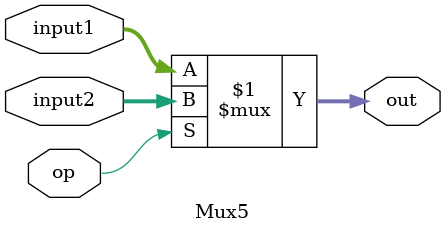
<source format=v>
module Mux5(input [4:0] input1, input [4:0] input2, input op, output [4:0] out);
  assign out = op ? input2 : input1;
endmodule
</source>
